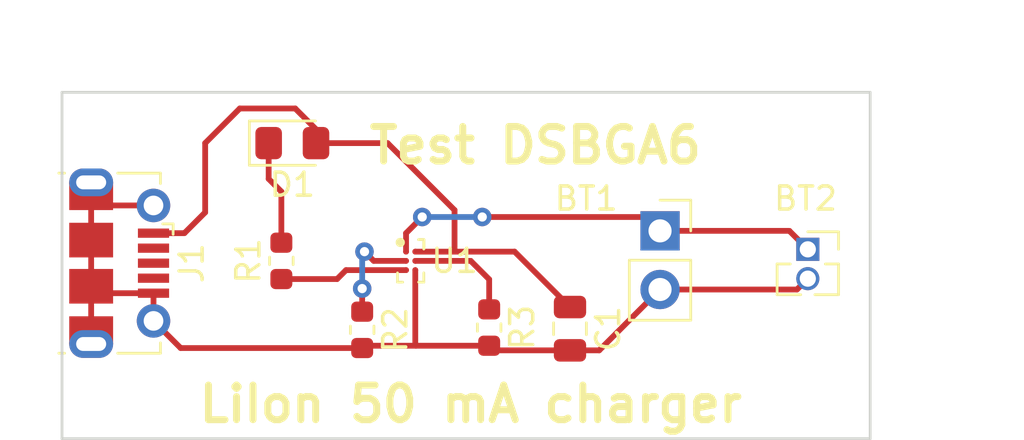
<source format=kicad_pcb>
(kicad_pcb (version 20171130) (host pcbnew 5.1.4-e60b266~84~ubuntu18.04.1)

  (general
    (thickness 1.6)
    (drawings 8)
    (tracks 59)
    (zones 0)
    (modules 9)
    (nets 11)
  )

  (page A4)
  (layers
    (0 F.Cu signal)
    (31 B.Cu signal)
    (32 B.Adhes user)
    (33 F.Adhes user)
    (34 B.Paste user)
    (35 F.Paste user)
    (36 B.SilkS user)
    (37 F.SilkS user)
    (38 B.Mask user)
    (39 F.Mask user)
    (40 Dwgs.User user)
    (41 Cmts.User user)
    (42 Eco1.User user)
    (43 Eco2.User user)
    (44 Edge.Cuts user)
    (45 Margin user)
    (46 B.CrtYd user)
    (47 F.CrtYd user)
    (48 B.Fab user)
    (49 F.Fab user)
  )

  (setup
    (last_trace_width 0.25)
    (user_trace_width 0.2)
    (trace_clearance 0.1)
    (zone_clearance 0.508)
    (zone_45_only no)
    (trace_min 0.2)
    (via_size 0.8)
    (via_drill 0.4)
    (via_min_size 0.4)
    (via_min_drill 0.3)
    (uvia_size 0.3)
    (uvia_drill 0.1)
    (uvias_allowed no)
    (uvia_min_size 0.2)
    (uvia_min_drill 0.1)
    (edge_width 0.05)
    (segment_width 0.2)
    (pcb_text_width 0.3)
    (pcb_text_size 1.5 1.5)
    (mod_edge_width 0.12)
    (mod_text_size 1 1)
    (mod_text_width 0.15)
    (pad_size 1.524 1.524)
    (pad_drill 0.762)
    (pad_to_mask_clearance 0.02)
    (solder_mask_min_width 0.1)
    (aux_axis_origin 0 0)
    (visible_elements FFFFFF7F)
    (pcbplotparams
      (layerselection 0x010fc_ffffffff)
      (usegerberextensions false)
      (usegerberattributes false)
      (usegerberadvancedattributes false)
      (creategerberjobfile false)
      (excludeedgelayer true)
      (linewidth 0.100000)
      (plotframeref false)
      (viasonmask false)
      (mode 1)
      (useauxorigin false)
      (hpglpennumber 1)
      (hpglpenspeed 20)
      (hpglpendiameter 15.000000)
      (psnegative false)
      (psa4output false)
      (plotreference true)
      (plotvalue false)
      (plotinvisibletext false)
      (padsonsilk false)
      (subtractmaskfromsilk false)
      (outputformat 1)
      (mirror false)
      (drillshape 0)
      (scaleselection 1)
      (outputdirectory "out"))
  )

  (net 0 "")
  (net 1 GND)
  (net 2 "Net-(BT1-Pad1)")
  (net 3 "Net-(C1-Pad1)")
  (net 4 "Net-(D1-Pad1)")
  (net 5 "Net-(J1-Pad3)")
  (net 6 "Net-(J1-Pad4)")
  (net 7 "Net-(J1-Pad2)")
  (net 8 "Net-(R1-Pad1)")
  (net 9 "Net-(R2-Pad1)")
  (net 10 "Net-(R3-Pad1)")

  (net_class Default "This is the default net class."
    (clearance 0.1)
    (trace_width 0.25)
    (via_dia 0.8)
    (via_drill 0.4)
    (uvia_dia 0.3)
    (uvia_drill 0.1)
    (add_net GND)
    (add_net "Net-(BT1-Pad1)")
    (add_net "Net-(C1-Pad1)")
    (add_net "Net-(D1-Pad1)")
    (add_net "Net-(J1-Pad2)")
    (add_net "Net-(J1-Pad3)")
    (add_net "Net-(J1-Pad4)")
    (add_net "Net-(R1-Pad1)")
    (add_net "Net-(R2-Pad1)")
    (add_net "Net-(R3-Pad1)")
  )

  (module balmer:DSBGA-6_0.4mm (layer F.Cu) (tedit 5DA8BB26) (tstamp 5DA92BD3)
    (at 115.1 107.3)
    (path /5DA8E8E9)
    (attr smd)
    (fp_text reference U1 (at 1.9 0) (layer F.SilkS)
      (effects (font (size 1 1) (thickness 0.15)))
    )
    (fp_text value BQ25101 (at 0.2 -3.3) (layer F.Fab)
      (effects (font (size 1 1) (thickness 0.15)))
    )
    (fp_line (start -0.7 1.05) (end -0.7 -1.05) (layer F.CrtYd) (width 0.05))
    (fp_line (start 0.7 1.05) (end -0.7 1.05) (layer F.CrtYd) (width 0.05))
    (fp_line (start 0.7 -1.05) (end 0.7 1.05) (layer F.CrtYd) (width 0.05))
    (fp_line (start -0.7 -1.05) (end 0.7 -1.05) (layer F.CrtYd) (width 0.05))
    (fp_circle (center -0.45 -0.8) (end -0.45 -0.7) (layer F.SilkS) (width 0.2))
    (fp_line (start -0.57 0.92) (end -0.57 0.52) (layer F.SilkS) (width 0.12))
    (fp_line (start -0.345 0.92) (end -0.57 0.92) (layer F.SilkS) (width 0.12))
    (fp_line (start 0.57 -0.92) (end 0.57 -0.52) (layer F.SilkS) (width 0.12))
    (fp_line (start 0.345 -0.92) (end 0.57 -0.92) (layer F.SilkS) (width 0.12))
    (fp_line (start 0.57 0.92) (end 0.57 0.52) (layer F.SilkS) (width 0.12))
    (fp_line (start 0.345 0.92) (end 0.57 0.92) (layer F.SilkS) (width 0.12))
    (fp_line (start 0.57 -0.92) (end 0.57 -0.52) (layer F.SilkS) (width 0.12))
    (fp_line (start 0.345 -0.92) (end 0.57 -0.92) (layer F.SilkS) (width 0.12))
    (fp_line (start 0.57 -0.92) (end 0.57 -0.52) (layer F.SilkS) (width 0.12))
    (fp_line (start 0.345 -0.92) (end 0.57 -0.92) (layer F.SilkS) (width 0.12))
    (fp_line (start 0.45 -0.8) (end 0 -0.8) (layer F.Fab) (width 0.1))
    (fp_line (start 0.45 0.8) (end 0.45 -0.8) (layer F.Fab) (width 0.1))
    (fp_line (start -0.45 0.8) (end 0.45 0.8) (layer F.Fab) (width 0.1))
    (fp_line (start -0.45 -0.35) (end -0.45 0.8) (layer F.Fab) (width 0.1))
    (fp_line (start 0 -0.8) (end -0.45 -0.35) (layer F.Fab) (width 0.1))
    (pad C2 smd circle (at 0.2 0.4) (size 0.25 0.25) (layers F.Cu F.Paste F.Mask)
      (net 1 GND))
    (pad B2 smd circle (at 0.2 0) (size 0.25 0.25) (layers F.Cu F.Paste F.Mask)
      (net 10 "Net-(R3-Pad1)"))
    (pad A2 smd circle (at 0.2 -0.4) (size 0.25 0.25) (layers F.Cu F.Paste F.Mask)
      (net 3 "Net-(C1-Pad1)"))
    (pad C1 smd circle (at -0.2 0.4) (size 0.25 0.25) (layers F.Cu F.Paste F.Mask)
      (net 8 "Net-(R1-Pad1)"))
    (pad B1 smd circle (at -0.2 0) (size 0.25 0.25) (layers F.Cu F.Paste F.Mask)
      (net 9 "Net-(R2-Pad1)"))
    (pad A1 smd circle (at -0.2 -0.4) (size 0.25 0.25) (layers F.Cu F.Paste F.Mask)
      (net 2 "Net-(BT1-Pad1)"))
  )

  (module Resistor_SMD:R_0603_1608Metric (layer F.Cu) (tedit 5B301BBD) (tstamp 5DA917C1)
    (at 118.5 110.1875 270)
    (descr "Resistor SMD 0603 (1608 Metric), square (rectangular) end terminal, IPC_7351 nominal, (Body size source: http://www.tortai-tech.com/upload/download/2011102023233369053.pdf), generated with kicad-footprint-generator")
    (tags resistor)
    (path /5DA903B5)
    (attr smd)
    (fp_text reference R3 (at 0 -1.43 90) (layer F.SilkS)
      (effects (font (size 1 1) (thickness 0.15)))
    )
    (fp_text value 3.3k (at 0 1.43 90) (layer F.Fab)
      (effects (font (size 1 1) (thickness 0.15)))
    )
    (fp_text user %R (at 0 0 90) (layer F.Fab)
      (effects (font (size 0.4 0.4) (thickness 0.06)))
    )
    (fp_line (start 1.48 0.73) (end -1.48 0.73) (layer F.CrtYd) (width 0.05))
    (fp_line (start 1.48 -0.73) (end 1.48 0.73) (layer F.CrtYd) (width 0.05))
    (fp_line (start -1.48 -0.73) (end 1.48 -0.73) (layer F.CrtYd) (width 0.05))
    (fp_line (start -1.48 0.73) (end -1.48 -0.73) (layer F.CrtYd) (width 0.05))
    (fp_line (start -0.162779 0.51) (end 0.162779 0.51) (layer F.SilkS) (width 0.12))
    (fp_line (start -0.162779 -0.51) (end 0.162779 -0.51) (layer F.SilkS) (width 0.12))
    (fp_line (start 0.8 0.4) (end -0.8 0.4) (layer F.Fab) (width 0.1))
    (fp_line (start 0.8 -0.4) (end 0.8 0.4) (layer F.Fab) (width 0.1))
    (fp_line (start -0.8 -0.4) (end 0.8 -0.4) (layer F.Fab) (width 0.1))
    (fp_line (start -0.8 0.4) (end -0.8 -0.4) (layer F.Fab) (width 0.1))
    (pad 2 smd roundrect (at 0.7875 0 270) (size 0.875 0.95) (layers F.Cu F.Paste F.Mask) (roundrect_rratio 0.25)
      (net 1 GND))
    (pad 1 smd roundrect (at -0.7875 0 270) (size 0.875 0.95) (layers F.Cu F.Paste F.Mask) (roundrect_rratio 0.25)
      (net 10 "Net-(R3-Pad1)"))
    (model ${KISYS3DMOD}/Resistor_SMD.3dshapes/R_0603_1608Metric.wrl
      (at (xyz 0 0 0))
      (scale (xyz 1 1 1))
      (rotate (xyz 0 0 0))
    )
  )

  (module Resistor_SMD:R_0603_1608Metric (layer F.Cu) (tedit 5B301BBD) (tstamp 5DA917B0)
    (at 113 110.2875 270)
    (descr "Resistor SMD 0603 (1608 Metric), square (rectangular) end terminal, IPC_7351 nominal, (Body size source: http://www.tortai-tech.com/upload/download/2011102023233369053.pdf), generated with kicad-footprint-generator")
    (tags resistor)
    (path /5DA8FE0A)
    (attr smd)
    (fp_text reference R2 (at 0 -1.43 90) (layer F.SilkS)
      (effects (font (size 1 1) (thickness 0.15)))
    )
    (fp_text value 10k (at 0 1.43 90) (layer F.Fab)
      (effects (font (size 1 1) (thickness 0.15)))
    )
    (fp_text user %R (at 0 0 90) (layer F.Fab)
      (effects (font (size 0.4 0.4) (thickness 0.06)))
    )
    (fp_line (start 1.48 0.73) (end -1.48 0.73) (layer F.CrtYd) (width 0.05))
    (fp_line (start 1.48 -0.73) (end 1.48 0.73) (layer F.CrtYd) (width 0.05))
    (fp_line (start -1.48 -0.73) (end 1.48 -0.73) (layer F.CrtYd) (width 0.05))
    (fp_line (start -1.48 0.73) (end -1.48 -0.73) (layer F.CrtYd) (width 0.05))
    (fp_line (start -0.162779 0.51) (end 0.162779 0.51) (layer F.SilkS) (width 0.12))
    (fp_line (start -0.162779 -0.51) (end 0.162779 -0.51) (layer F.SilkS) (width 0.12))
    (fp_line (start 0.8 0.4) (end -0.8 0.4) (layer F.Fab) (width 0.1))
    (fp_line (start 0.8 -0.4) (end 0.8 0.4) (layer F.Fab) (width 0.1))
    (fp_line (start -0.8 -0.4) (end 0.8 -0.4) (layer F.Fab) (width 0.1))
    (fp_line (start -0.8 0.4) (end -0.8 -0.4) (layer F.Fab) (width 0.1))
    (pad 2 smd roundrect (at 0.7875 0 270) (size 0.875 0.95) (layers F.Cu F.Paste F.Mask) (roundrect_rratio 0.25)
      (net 1 GND))
    (pad 1 smd roundrect (at -0.7875 0 270) (size 0.875 0.95) (layers F.Cu F.Paste F.Mask) (roundrect_rratio 0.25)
      (net 9 "Net-(R2-Pad1)"))
    (model ${KISYS3DMOD}/Resistor_SMD.3dshapes/R_0603_1608Metric.wrl
      (at (xyz 0 0 0))
      (scale (xyz 1 1 1))
      (rotate (xyz 0 0 0))
    )
  )

  (module Resistor_SMD:R_0603_1608Metric (layer F.Cu) (tedit 5B301BBD) (tstamp 5DA9179F)
    (at 109.5 107.3 90)
    (descr "Resistor SMD 0603 (1608 Metric), square (rectangular) end terminal, IPC_7351 nominal, (Body size source: http://www.tortai-tech.com/upload/download/2011102023233369053.pdf), generated with kicad-footprint-generator")
    (tags resistor)
    (path /5DA91ADB)
    (attr smd)
    (fp_text reference R1 (at 0 -1.43 90) (layer F.SilkS)
      (effects (font (size 1 1) (thickness 0.15)))
    )
    (fp_text value 1k (at 0 1.43 90) (layer F.Fab)
      (effects (font (size 1 1) (thickness 0.15)))
    )
    (fp_text user %R (at 0 0 90) (layer F.Fab)
      (effects (font (size 0.4 0.4) (thickness 0.06)))
    )
    (fp_line (start 1.48 0.73) (end -1.48 0.73) (layer F.CrtYd) (width 0.05))
    (fp_line (start 1.48 -0.73) (end 1.48 0.73) (layer F.CrtYd) (width 0.05))
    (fp_line (start -1.48 -0.73) (end 1.48 -0.73) (layer F.CrtYd) (width 0.05))
    (fp_line (start -1.48 0.73) (end -1.48 -0.73) (layer F.CrtYd) (width 0.05))
    (fp_line (start -0.162779 0.51) (end 0.162779 0.51) (layer F.SilkS) (width 0.12))
    (fp_line (start -0.162779 -0.51) (end 0.162779 -0.51) (layer F.SilkS) (width 0.12))
    (fp_line (start 0.8 0.4) (end -0.8 0.4) (layer F.Fab) (width 0.1))
    (fp_line (start 0.8 -0.4) (end 0.8 0.4) (layer F.Fab) (width 0.1))
    (fp_line (start -0.8 -0.4) (end 0.8 -0.4) (layer F.Fab) (width 0.1))
    (fp_line (start -0.8 0.4) (end -0.8 -0.4) (layer F.Fab) (width 0.1))
    (pad 2 smd roundrect (at 0.7875 0 90) (size 0.875 0.95) (layers F.Cu F.Paste F.Mask) (roundrect_rratio 0.25)
      (net 4 "Net-(D1-Pad1)"))
    (pad 1 smd roundrect (at -0.7875 0 90) (size 0.875 0.95) (layers F.Cu F.Paste F.Mask) (roundrect_rratio 0.25)
      (net 8 "Net-(R1-Pad1)"))
    (model ${KISYS3DMOD}/Resistor_SMD.3dshapes/R_0603_1608Metric.wrl
      (at (xyz 0 0 0))
      (scale (xyz 1 1 1))
      (rotate (xyz 0 0 0))
    )
  )

  (module Connector_USB:USB_Micro-B_Molex-105017-0001 (layer F.Cu) (tedit 5A1DC0BE) (tstamp 5DA9178E)
    (at 102.5 107.4 270)
    (descr http://www.molex.com/pdm_docs/sd/1050170001_sd.pdf)
    (tags "Micro-USB SMD Typ-B")
    (path /5DA8C49C)
    (attr smd)
    (fp_text reference J1 (at 0 -3.1125 90) (layer F.SilkS)
      (effects (font (size 1 1) (thickness 0.15)))
    )
    (fp_text value USB_B_Micro (at 0.3 4.3375 90) (layer F.Fab)
      (effects (font (size 1 1) (thickness 0.15)))
    )
    (fp_line (start -1.1 -2.1225) (end -1.1 -1.9125) (layer F.Fab) (width 0.1))
    (fp_line (start -1.5 -2.1225) (end -1.5 -1.9125) (layer F.Fab) (width 0.1))
    (fp_line (start -1.5 -2.1225) (end -1.1 -2.1225) (layer F.Fab) (width 0.1))
    (fp_line (start -1.1 -1.9125) (end -1.3 -1.7125) (layer F.Fab) (width 0.1))
    (fp_line (start -1.3 -1.7125) (end -1.5 -1.9125) (layer F.Fab) (width 0.1))
    (fp_line (start -1.7 -2.3125) (end -1.7 -1.8625) (layer F.SilkS) (width 0.12))
    (fp_line (start -1.7 -2.3125) (end -1.25 -2.3125) (layer F.SilkS) (width 0.12))
    (fp_line (start 3.9 -1.7625) (end 3.45 -1.7625) (layer F.SilkS) (width 0.12))
    (fp_line (start 3.9 0.0875) (end 3.9 -1.7625) (layer F.SilkS) (width 0.12))
    (fp_line (start -3.9 2.6375) (end -3.9 2.3875) (layer F.SilkS) (width 0.12))
    (fp_line (start -3.75 3.3875) (end -3.75 -1.6125) (layer F.Fab) (width 0.1))
    (fp_line (start -3.75 -1.6125) (end 3.75 -1.6125) (layer F.Fab) (width 0.1))
    (fp_line (start -3.75 3.389204) (end 3.75 3.389204) (layer F.Fab) (width 0.1))
    (fp_line (start -3 2.689204) (end 3 2.689204) (layer F.Fab) (width 0.1))
    (fp_line (start 3.75 3.3875) (end 3.75 -1.6125) (layer F.Fab) (width 0.1))
    (fp_line (start 3.9 2.6375) (end 3.9 2.3875) (layer F.SilkS) (width 0.12))
    (fp_line (start -3.9 0.0875) (end -3.9 -1.7625) (layer F.SilkS) (width 0.12))
    (fp_line (start -3.9 -1.7625) (end -3.45 -1.7625) (layer F.SilkS) (width 0.12))
    (fp_line (start -4.4 3.64) (end -4.4 -2.46) (layer F.CrtYd) (width 0.05))
    (fp_line (start -4.4 -2.46) (end 4.4 -2.46) (layer F.CrtYd) (width 0.05))
    (fp_line (start 4.4 -2.46) (end 4.4 3.64) (layer F.CrtYd) (width 0.05))
    (fp_line (start -4.4 3.64) (end 4.4 3.64) (layer F.CrtYd) (width 0.05))
    (fp_text user %R (at 0 0.8875) (layer F.Fab)
      (effects (font (size 1 1) (thickness 0.15)))
    )
    (fp_text user "PCB Edge" (at 0 2.6875 90) (layer Dwgs.User)
      (effects (font (size 0.5 0.5) (thickness 0.08)))
    )
    (pad 6 smd rect (at -2.9 1.2375 270) (size 1.2 1.9) (layers F.Cu F.Mask)
      (net 1 GND))
    (pad 6 smd rect (at 2.9 1.2375 270) (size 1.2 1.9) (layers F.Cu F.Mask)
      (net 1 GND))
    (pad 6 thru_hole oval (at 3.5 1.2375 270) (size 1.2 1.9) (drill oval 0.6 1.3) (layers *.Cu *.Mask)
      (net 1 GND))
    (pad 6 thru_hole oval (at -3.5 1.2375 90) (size 1.2 1.9) (drill oval 0.6 1.3) (layers *.Cu *.Mask)
      (net 1 GND))
    (pad 6 smd rect (at -1 1.2375 270) (size 1.5 1.9) (layers F.Cu F.Paste F.Mask)
      (net 1 GND))
    (pad 6 thru_hole circle (at 2.5 -1.4625 270) (size 1.45 1.45) (drill 0.85) (layers *.Cu *.Mask)
      (net 1 GND))
    (pad 3 smd rect (at 0 -1.4625 270) (size 0.4 1.35) (layers F.Cu F.Paste F.Mask)
      (net 5 "Net-(J1-Pad3)"))
    (pad 4 smd rect (at 0.65 -1.4625 270) (size 0.4 1.35) (layers F.Cu F.Paste F.Mask)
      (net 6 "Net-(J1-Pad4)"))
    (pad 5 smd rect (at 1.3 -1.4625 270) (size 0.4 1.35) (layers F.Cu F.Paste F.Mask)
      (net 1 GND))
    (pad 1 smd rect (at -1.3 -1.4625 270) (size 0.4 1.35) (layers F.Cu F.Paste F.Mask)
      (net 3 "Net-(C1-Pad1)"))
    (pad 2 smd rect (at -0.65 -1.4625 270) (size 0.4 1.35) (layers F.Cu F.Paste F.Mask)
      (net 7 "Net-(J1-Pad2)"))
    (pad 6 thru_hole circle (at -2.5 -1.4625 270) (size 1.45 1.45) (drill 0.85) (layers *.Cu *.Mask)
      (net 1 GND))
    (pad 6 smd rect (at 1 1.2375 270) (size 1.5 1.9) (layers F.Cu F.Paste F.Mask)
      (net 1 GND))
    (model ${KISYS3DMOD}/Connector_USB.3dshapes/USB_Micro-B_Molex-105017-0001.wrl
      (at (xyz 0 0 0))
      (scale (xyz 1 1 1))
      (rotate (xyz 0 0 0))
    )
  )

  (module LED_SMD:LED_0805_2012Metric_Pad1.15x1.40mm_HandSolder (layer F.Cu) (tedit 5B4B45C9) (tstamp 5DA91765)
    (at 109.975 102.2)
    (descr "LED SMD 0805 (2012 Metric), square (rectangular) end terminal, IPC_7351 nominal, (Body size source: https://docs.google.com/spreadsheets/d/1BsfQQcO9C6DZCsRaXUlFlo91Tg2WpOkGARC1WS5S8t0/edit?usp=sharing), generated with kicad-footprint-generator")
    (tags "LED handsolder")
    (path /5DA8CA21)
    (attr smd)
    (fp_text reference D1 (at 0 1.8) (layer F.SilkS)
      (effects (font (size 1 1) (thickness 0.15)))
    )
    (fp_text value LED (at 0 1.65) (layer F.Fab)
      (effects (font (size 1 1) (thickness 0.15)))
    )
    (fp_text user %R (at 0 0) (layer F.Fab)
      (effects (font (size 0.5 0.5) (thickness 0.08)))
    )
    (fp_line (start 1.85 0.95) (end -1.85 0.95) (layer F.CrtYd) (width 0.05))
    (fp_line (start 1.85 -0.95) (end 1.85 0.95) (layer F.CrtYd) (width 0.05))
    (fp_line (start -1.85 -0.95) (end 1.85 -0.95) (layer F.CrtYd) (width 0.05))
    (fp_line (start -1.85 0.95) (end -1.85 -0.95) (layer F.CrtYd) (width 0.05))
    (fp_line (start -1.86 0.96) (end 1 0.96) (layer F.SilkS) (width 0.12))
    (fp_line (start -1.86 -0.96) (end -1.86 0.96) (layer F.SilkS) (width 0.12))
    (fp_line (start 1 -0.96) (end -1.86 -0.96) (layer F.SilkS) (width 0.12))
    (fp_line (start 1 0.6) (end 1 -0.6) (layer F.Fab) (width 0.1))
    (fp_line (start -1 0.6) (end 1 0.6) (layer F.Fab) (width 0.1))
    (fp_line (start -1 -0.3) (end -1 0.6) (layer F.Fab) (width 0.1))
    (fp_line (start -0.7 -0.6) (end -1 -0.3) (layer F.Fab) (width 0.1))
    (fp_line (start 1 -0.6) (end -0.7 -0.6) (layer F.Fab) (width 0.1))
    (pad 2 smd roundrect (at 1.025 0) (size 1.15 1.4) (layers F.Cu F.Paste F.Mask) (roundrect_rratio 0.217391)
      (net 3 "Net-(C1-Pad1)"))
    (pad 1 smd roundrect (at -1.025 0) (size 1.15 1.4) (layers F.Cu F.Paste F.Mask) (roundrect_rratio 0.217391)
      (net 4 "Net-(D1-Pad1)"))
    (model ${KISYS3DMOD}/LED_SMD.3dshapes/LED_0805_2012Metric.wrl
      (at (xyz 0 0 0))
      (scale (xyz 1 1 1))
      (rotate (xyz 0 0 0))
    )
  )

  (module Capacitor_SMD:C_0805_2012Metric (layer F.Cu) (tedit 5B36C52B) (tstamp 5DA91752)
    (at 122 110.2375 270)
    (descr "Capacitor SMD 0805 (2012 Metric), square (rectangular) end terminal, IPC_7351 nominal, (Body size source: https://docs.google.com/spreadsheets/d/1BsfQQcO9C6DZCsRaXUlFlo91Tg2WpOkGARC1WS5S8t0/edit?usp=sharing), generated with kicad-footprint-generator")
    (tags capacitor)
    (path /5DA8F887)
    (attr smd)
    (fp_text reference C1 (at 0 -1.65 90) (layer F.SilkS)
      (effects (font (size 1 1) (thickness 0.15)))
    )
    (fp_text value 1u (at 0 1.65 90) (layer F.Fab)
      (effects (font (size 1 1) (thickness 0.15)))
    )
    (fp_text user %R (at 0 0 90) (layer F.Fab)
      (effects (font (size 0.5 0.5) (thickness 0.08)))
    )
    (fp_line (start 1.68 0.95) (end -1.68 0.95) (layer F.CrtYd) (width 0.05))
    (fp_line (start 1.68 -0.95) (end 1.68 0.95) (layer F.CrtYd) (width 0.05))
    (fp_line (start -1.68 -0.95) (end 1.68 -0.95) (layer F.CrtYd) (width 0.05))
    (fp_line (start -1.68 0.95) (end -1.68 -0.95) (layer F.CrtYd) (width 0.05))
    (fp_line (start -0.258578 0.71) (end 0.258578 0.71) (layer F.SilkS) (width 0.12))
    (fp_line (start -0.258578 -0.71) (end 0.258578 -0.71) (layer F.SilkS) (width 0.12))
    (fp_line (start 1 0.6) (end -1 0.6) (layer F.Fab) (width 0.1))
    (fp_line (start 1 -0.6) (end 1 0.6) (layer F.Fab) (width 0.1))
    (fp_line (start -1 -0.6) (end 1 -0.6) (layer F.Fab) (width 0.1))
    (fp_line (start -1 0.6) (end -1 -0.6) (layer F.Fab) (width 0.1))
    (pad 2 smd roundrect (at 0.9375 0 270) (size 0.975 1.4) (layers F.Cu F.Paste F.Mask) (roundrect_rratio 0.25)
      (net 1 GND))
    (pad 1 smd roundrect (at -0.9375 0 270) (size 0.975 1.4) (layers F.Cu F.Paste F.Mask) (roundrect_rratio 0.25)
      (net 3 "Net-(C1-Pad1)"))
    (model ${KISYS3DMOD}/Capacitor_SMD.3dshapes/C_0805_2012Metric.wrl
      (at (xyz 0 0 0))
      (scale (xyz 1 1 1))
      (rotate (xyz 0 0 0))
    )
  )

  (module Connector_PinSocket_1.27mm:PinSocket_1x02_P1.27mm_Vertical (layer F.Cu) (tedit 5A19A41F) (tstamp 5DA91741)
    (at 132.3 106.8)
    (descr "Through hole straight socket strip, 1x02, 1.27mm pitch, single row (from Kicad 4.0.7), script generated")
    (tags "Through hole socket strip THT 1x02 1.27mm single row")
    (path /5DA8D080)
    (fp_text reference BT2 (at -0.1 -2.2) (layer F.SilkS)
      (effects (font (size 1 1) (thickness 0.15)))
    )
    (fp_text value 1.25mm (at 0 3.405) (layer F.Fab)
      (effects (font (size 1 1) (thickness 0.15)))
    )
    (fp_text user %R (at 0 0.635 90) (layer F.Fab)
      (effects (font (size 1 1) (thickness 0.15)))
    )
    (fp_line (start -1.8 2.4) (end -1.8 -1.15) (layer F.CrtYd) (width 0.05))
    (fp_line (start 1.75 2.4) (end -1.8 2.4) (layer F.CrtYd) (width 0.05))
    (fp_line (start 1.75 -1.15) (end 1.75 2.4) (layer F.CrtYd) (width 0.05))
    (fp_line (start -1.8 -1.15) (end 1.75 -1.15) (layer F.CrtYd) (width 0.05))
    (fp_line (start 0 -0.76) (end 1.33 -0.76) (layer F.SilkS) (width 0.12))
    (fp_line (start 1.33 -0.76) (end 1.33 0) (layer F.SilkS) (width 0.12))
    (fp_line (start 1.33 0.635) (end 1.33 1.965) (layer F.SilkS) (width 0.12))
    (fp_line (start 0.30753 1.965) (end 1.33 1.965) (layer F.SilkS) (width 0.12))
    (fp_line (start -1.33 1.965) (end -0.30753 1.965) (layer F.SilkS) (width 0.12))
    (fp_line (start -1.33 0.635) (end -1.33 1.965) (layer F.SilkS) (width 0.12))
    (fp_line (start 0.76 0.635) (end 1.33 0.635) (layer F.SilkS) (width 0.12))
    (fp_line (start -1.33 0.635) (end -0.76 0.635) (layer F.SilkS) (width 0.12))
    (fp_line (start -1.27 1.905) (end -1.27 -0.635) (layer F.Fab) (width 0.1))
    (fp_line (start 1.27 1.905) (end -1.27 1.905) (layer F.Fab) (width 0.1))
    (fp_line (start 1.27 0) (end 1.27 1.905) (layer F.Fab) (width 0.1))
    (fp_line (start 0.635 -0.635) (end 1.27 0) (layer F.Fab) (width 0.1))
    (fp_line (start -1.27 -0.635) (end 0.635 -0.635) (layer F.Fab) (width 0.1))
    (pad 2 thru_hole oval (at 0 1.27) (size 1 1) (drill 0.7) (layers *.Cu *.Mask)
      (net 1 GND))
    (pad 1 thru_hole rect (at 0 0) (size 1 1) (drill 0.7) (layers *.Cu *.Mask)
      (net 2 "Net-(BT1-Pad1)"))
    (model ${KISYS3DMOD}/Connector_PinSocket_1.27mm.3dshapes/PinSocket_1x02_P1.27mm_Vertical.wrl
      (at (xyz 0 0 0))
      (scale (xyz 1 1 1))
      (rotate (xyz 0 0 0))
    )
  )

  (module Connector_PinSocket_2.54mm:PinSocket_1x02_P2.54mm_Vertical (layer F.Cu) (tedit 5A19A420) (tstamp 5DA91729)
    (at 125.9 106)
    (descr "Through hole straight socket strip, 1x02, 2.54mm pitch, single row (from Kicad 4.0.7), script generated")
    (tags "Through hole socket strip THT 1x02 2.54mm single row")
    (path /5DA8CDAD)
    (fp_text reference BT1 (at -3.2 -1.4) (layer F.SilkS)
      (effects (font (size 1 1) (thickness 0.15)))
    )
    (fp_text value 2.54mm (at 0 5.31) (layer F.Fab)
      (effects (font (size 1 1) (thickness 0.15)))
    )
    (fp_text user %R (at 0 1.27 90) (layer F.Fab)
      (effects (font (size 1 1) (thickness 0.15)))
    )
    (fp_line (start -1.8 4.3) (end -1.8 -1.8) (layer F.CrtYd) (width 0.05))
    (fp_line (start 1.75 4.3) (end -1.8 4.3) (layer F.CrtYd) (width 0.05))
    (fp_line (start 1.75 -1.8) (end 1.75 4.3) (layer F.CrtYd) (width 0.05))
    (fp_line (start -1.8 -1.8) (end 1.75 -1.8) (layer F.CrtYd) (width 0.05))
    (fp_line (start 0 -1.33) (end 1.33 -1.33) (layer F.SilkS) (width 0.12))
    (fp_line (start 1.33 -1.33) (end 1.33 0) (layer F.SilkS) (width 0.12))
    (fp_line (start 1.33 1.27) (end 1.33 3.87) (layer F.SilkS) (width 0.12))
    (fp_line (start -1.33 3.87) (end 1.33 3.87) (layer F.SilkS) (width 0.12))
    (fp_line (start -1.33 1.27) (end -1.33 3.87) (layer F.SilkS) (width 0.12))
    (fp_line (start -1.33 1.27) (end 1.33 1.27) (layer F.SilkS) (width 0.12))
    (fp_line (start -1.27 3.81) (end -1.27 -1.27) (layer F.Fab) (width 0.1))
    (fp_line (start 1.27 3.81) (end -1.27 3.81) (layer F.Fab) (width 0.1))
    (fp_line (start 1.27 -0.635) (end 1.27 3.81) (layer F.Fab) (width 0.1))
    (fp_line (start 0.635 -1.27) (end 1.27 -0.635) (layer F.Fab) (width 0.1))
    (fp_line (start -1.27 -1.27) (end 0.635 -1.27) (layer F.Fab) (width 0.1))
    (pad 2 thru_hole oval (at 0 2.54) (size 1.7 1.7) (drill 1) (layers *.Cu *.Mask)
      (net 1 GND))
    (pad 1 thru_hole rect (at 0 0) (size 1.7 1.7) (drill 1) (layers *.Cu *.Mask)
      (net 2 "Net-(BT1-Pad1)"))
    (model ${KISYS3DMOD}/Connector_PinSocket_2.54mm.3dshapes/PinSocket_1x02_P2.54mm_Vertical.wrl
      (at (xyz 0 0 0))
      (scale (xyz 1 1 1))
      (rotate (xyz 0 0 0))
    )
  )

  (dimension 15 (width 0.15) (layer Dwgs.User)
    (gr_text "15.000 mm" (at 140.3 107.5 270) (layer Dwgs.User)
      (effects (font (size 1 1) (thickness 0.15)))
    )
    (feature1 (pts (xy 135 115) (xy 139.586421 115)))
    (feature2 (pts (xy 135 100) (xy 139.586421 100)))
    (crossbar (pts (xy 139 100) (xy 139 115)))
    (arrow1a (pts (xy 139 115) (xy 138.413579 113.873496)))
    (arrow1b (pts (xy 139 115) (xy 139.586421 113.873496)))
    (arrow2a (pts (xy 139 100) (xy 138.413579 101.126504)))
    (arrow2b (pts (xy 139 100) (xy 139.586421 101.126504)))
  )
  (dimension 35 (width 0.15) (layer Dwgs.User)
    (gr_text "35.000 mm" (at 117.5 96.7) (layer Dwgs.User)
      (effects (font (size 1 1) (thickness 0.15)))
    )
    (feature1 (pts (xy 135 100) (xy 135 97.413579)))
    (feature2 (pts (xy 100 100) (xy 100 97.413579)))
    (crossbar (pts (xy 100 98) (xy 135 98)))
    (arrow1a (pts (xy 135 98) (xy 133.873496 98.586421)))
    (arrow1b (pts (xy 135 98) (xy 133.873496 97.413579)))
    (arrow2a (pts (xy 100 98) (xy 101.126504 98.586421)))
    (arrow2b (pts (xy 100 98) (xy 101.126504 97.413579)))
  )
  (gr_text "LiIon 50 mA charger" (at 117.7 113.5) (layer F.SilkS)
    (effects (font (size 1.5 1.5) (thickness 0.3)))
  )
  (gr_text "Test DSBGA6" (at 120.5 102.3) (layer F.SilkS)
    (effects (font (size 1.5 1.5) (thickness 0.3)))
  )
  (gr_line (start 100 115) (end 100 100) (layer Edge.Cuts) (width 0.12) (tstamp 5DA918A3))
  (gr_line (start 135 115) (end 100 115) (layer Edge.Cuts) (width 0.12))
  (gr_line (start 135 100) (end 135 115) (layer Edge.Cuts) (width 0.12))
  (gr_line (start 100 100) (end 135 100) (layer Edge.Cuts) (width 0.12))

  (segment (start 118.7 111.175) (end 118.5 110.975) (width 0.25) (layer F.Cu) (net 1))
  (segment (start 122 111.175) (end 118.7 111.175) (width 0.25) (layer F.Cu) (net 1))
  (segment (start 113.1 110.975) (end 113 111.075) (width 0.25) (layer F.Cu) (net 1))
  (segment (start 105.1375 111.075) (end 103.9625 109.9) (width 0.25) (layer F.Cu) (net 1))
  (segment (start 113 111.075) (end 105.1375 111.075) (width 0.25) (layer F.Cu) (net 1))
  (segment (start 103.9625 108.7) (end 103.9625 109.9) (width 0.25) (layer F.Cu) (net 1))
  (segment (start 101.5625 108.7) (end 101.2625 108.4) (width 0.25) (layer F.Cu) (net 1))
  (segment (start 103.9625 108.7) (end 101.5625 108.7) (width 0.25) (layer F.Cu) (net 1))
  (segment (start 101.2625 106.4) (end 101.2625 108.4) (width 0.25) (layer F.Cu) (net 1))
  (segment (start 101.2625 108.4) (end 101.2625 110.9) (width 0.25) (layer F.Cu) (net 1))
  (segment (start 101.2625 106.4) (end 101.2625 103.9) (width 0.25) (layer F.Cu) (net 1))
  (segment (start 101.6625 104.9) (end 101.2625 104.5) (width 0.25) (layer F.Cu) (net 1))
  (segment (start 103.9625 104.9) (end 101.6625 104.9) (width 0.25) (layer F.Cu) (net 1))
  (segment (start 115.3 110.95) (end 115.325 110.975) (width 0.25) (layer F.Cu) (net 1))
  (segment (start 115.3 107.7) (end 115.3 110.95) (width 0.25) (layer F.Cu) (net 1))
  (segment (start 118.5 110.975) (end 115.325 110.975) (width 0.25) (layer F.Cu) (net 1))
  (segment (start 115.325 110.975) (end 113.1 110.975) (width 0.25) (layer F.Cu) (net 1))
  (segment (start 123.265 111.175) (end 125.9 108.54) (width 0.25) (layer F.Cu) (net 1))
  (segment (start 122 111.175) (end 123.265 111.175) (width 0.25) (layer F.Cu) (net 1))
  (segment (start 131.83 108.54) (end 132.3 108.07) (width 0.25) (layer F.Cu) (net 1))
  (segment (start 125.9 108.54) (end 131.83 108.54) (width 0.25) (layer F.Cu) (net 1))
  (via (at 115.6 105.4) (size 0.8) (drill 0.4) (layers F.Cu B.Cu) (net 2))
  (segment (start 114.9 106.9) (end 114.9 106.1) (width 0.25) (layer F.Cu) (net 2))
  (segment (start 114.9 106.1) (end 115.6 105.4) (width 0.25) (layer F.Cu) (net 2))
  (via (at 118.2 105.4) (size 0.8) (drill 0.4) (layers F.Cu B.Cu) (net 2))
  (segment (start 115.6 105.4) (end 118.2 105.4) (width 0.25) (layer B.Cu) (net 2))
  (segment (start 125.3 105.4) (end 125.9 106) (width 0.25) (layer F.Cu) (net 2))
  (segment (start 118.2 105.4) (end 125.3 105.4) (width 0.25) (layer F.Cu) (net 2))
  (segment (start 131.5 106) (end 132.3 106.8) (width 0.25) (layer F.Cu) (net 2))
  (segment (start 125.9 106) (end 131.5 106) (width 0.25) (layer F.Cu) (net 2))
  (segment (start 119.6 106.9) (end 122 109.3) (width 0.25) (layer F.Cu) (net 3))
  (segment (start 117 106.9) (end 117 105.1) (width 0.25) (layer F.Cu) (net 3))
  (segment (start 117 106.9) (end 119.6 106.9) (width 0.25) (layer F.Cu) (net 3))
  (segment (start 115.3 106.9) (end 117 106.9) (width 0.25) (layer F.Cu) (net 3))
  (segment (start 114.1 102.2) (end 111 102.2) (width 0.25) (layer F.Cu) (net 3))
  (segment (start 117 105.1) (end 114.1 102.2) (width 0.25) (layer F.Cu) (net 3))
  (segment (start 111 102.2) (end 111 101.6) (width 0.25) (layer F.Cu) (net 3))
  (segment (start 111 101.6) (end 110.1 100.7) (width 0.25) (layer F.Cu) (net 3))
  (segment (start 110.1 100.7) (end 107.7 100.7) (width 0.25) (layer F.Cu) (net 3))
  (segment (start 107.7 100.7) (end 106.2 102.2) (width 0.25) (layer F.Cu) (net 3))
  (segment (start 103.9625 106.1) (end 105.3 106.1) (width 0.25) (layer F.Cu) (net 3))
  (segment (start 106.2 105.2) (end 106.2 102.2) (width 0.25) (layer F.Cu) (net 3))
  (segment (start 105.3 106.1) (end 106.2 105.2) (width 0.25) (layer F.Cu) (net 3))
  (segment (start 109.5 106.5125) (end 109.5 104.3) (width 0.25) (layer F.Cu) (net 4))
  (segment (start 108.95 103.75) (end 108.95 102.2) (width 0.25) (layer F.Cu) (net 4))
  (segment (start 109.5 104.3) (end 108.95 103.75) (width 0.25) (layer F.Cu) (net 4))
  (segment (start 114.9 107.7) (end 112.3 107.7) (width 0.25) (layer F.Cu) (net 8))
  (segment (start 111.9125 108.0875) (end 109.5 108.0875) (width 0.25) (layer F.Cu) (net 8))
  (segment (start 112.3 107.7) (end 111.9125 108.0875) (width 0.25) (layer F.Cu) (net 8))
  (via (at 113.1 106.9) (size 0.8) (drill 0.4) (layers F.Cu B.Cu) (net 9))
  (segment (start 114.9 107.3) (end 113.5 107.3) (width 0.25) (layer F.Cu) (net 9))
  (segment (start 113.5 107.3) (end 113.1 106.9) (width 0.25) (layer F.Cu) (net 9))
  (via (at 113 108.5) (size 0.8) (drill 0.4) (layers F.Cu B.Cu) (net 9))
  (segment (start 113.1 106.9) (end 113 107) (width 0.25) (layer B.Cu) (net 9))
  (segment (start 113 107) (end 113 108.5) (width 0.25) (layer B.Cu) (net 9))
  (segment (start 113 108.5) (end 113 109.5) (width 0.25) (layer F.Cu) (net 9))
  (segment (start 118.5 108.1) (end 118.5 109.4) (width 0.25) (layer F.Cu) (net 10))
  (segment (start 115.3 107.3) (end 117.7 107.3) (width 0.25) (layer F.Cu) (net 10))
  (segment (start 117.7 107.3) (end 118.5 108.1) (width 0.25) (layer F.Cu) (net 10))

)

</source>
